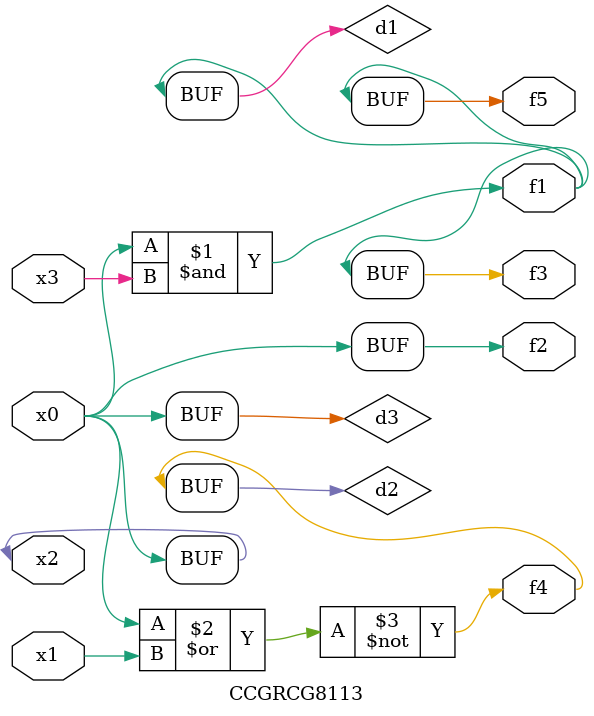
<source format=v>
module CCGRCG8113(
	input x0, x1, x2, x3,
	output f1, f2, f3, f4, f5
);

	wire d1, d2, d3;

	and (d1, x2, x3);
	nor (d2, x0, x1);
	buf (d3, x0, x2);
	assign f1 = d1;
	assign f2 = d3;
	assign f3 = d1;
	assign f4 = d2;
	assign f5 = d1;
endmodule

</source>
